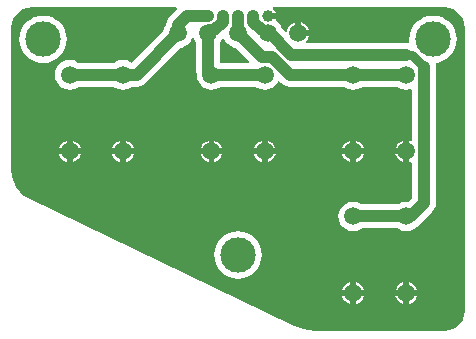
<source format=gbl>
G04*
G04 #@! TF.GenerationSoftware,Altium Limited,Altium Designer,18.1.7 (191)*
G04*
G04 Layer_Physical_Order=2*
G04 Layer_Color=16711680*
%FSLAX25Y25*%
%MOIN*%
G70*
G01*
G75*
%ADD10C,0.03937*%
%ADD11C,0.03150*%
%ADD12C,0.03937*%
%ADD13C,0.05906*%
%ADD14C,0.11811*%
G36*
X72202Y98566D02*
X72473Y97912D01*
X73262Y96884D01*
X74290Y96095D01*
X75487Y95599D01*
X76021Y95529D01*
X80502Y91047D01*
X80311Y90585D01*
X70822D01*
X70743Y90646D01*
Y97485D01*
X71070Y97912D01*
X71215Y98261D01*
X71618Y98570D01*
X71712Y98664D01*
X72202Y98566D01*
D02*
G37*
G36*
X147152Y108857D02*
X148560Y108365D01*
X149823Y107571D01*
X150878Y106516D01*
X151672Y105253D01*
X152164Y103845D01*
X152339Y102295D01*
Y7942D01*
X152164Y6391D01*
X151672Y4983D01*
X150878Y3720D01*
X149823Y2665D01*
X148560Y1872D01*
X147152Y1379D01*
X145602Y1204D01*
X102950D01*
X100159Y1413D01*
X97474Y2024D01*
X94867Y3044D01*
X7272Y45089D01*
X5525Y46139D01*
X4046Y47458D01*
X2838Y49030D01*
X1944Y50799D01*
X1395Y52703D01*
X1204Y54732D01*
Y102295D01*
X1379Y103845D01*
X1871Y105253D01*
X2665Y106516D01*
X3720Y107571D01*
X4983Y108365D01*
X6392Y108857D01*
X7942Y109032D01*
X56208D01*
X56399Y108570D01*
X53964Y106135D01*
X53333Y105312D01*
X52936Y104355D01*
X52801Y103327D01*
Y103303D01*
X52473Y102876D01*
X51977Y101678D01*
X51907Y101145D01*
X41347Y90585D01*
X41295D01*
X40868Y90913D01*
X39671Y91409D01*
X38386Y91578D01*
X37101Y91409D01*
X35904Y90913D01*
X35477Y90585D01*
X23578D01*
X23151Y90913D01*
X21954Y91409D01*
X20669Y91578D01*
X19385Y91409D01*
X18187Y90913D01*
X17159Y90124D01*
X16371Y89096D01*
X15875Y87899D01*
X15706Y86614D01*
X15875Y85330D01*
X16371Y84132D01*
X17159Y83104D01*
X18187Y82315D01*
X19385Y81820D01*
X20669Y81651D01*
X21954Y81820D01*
X23151Y82315D01*
X23578Y82643D01*
X35477D01*
X35904Y82315D01*
X37101Y81820D01*
X38386Y81651D01*
X39671Y81820D01*
X40868Y82315D01*
X41295Y82643D01*
X42992D01*
X44020Y82779D01*
X44978Y83175D01*
X45800Y83806D01*
X57523Y95529D01*
X58056Y95599D01*
X59254Y96095D01*
X60281Y96884D01*
X61070Y97912D01*
X61515Y98985D01*
X61516Y98986D01*
X62028D01*
X62028Y98985D01*
X62473Y97912D01*
X62801Y97485D01*
Y87756D01*
X62936Y86728D01*
X62958Y86676D01*
X62950Y86614D01*
X63119Y85330D01*
X63615Y84132D01*
X64403Y83104D01*
X65431Y82315D01*
X66629Y81820D01*
X67913Y81651D01*
X69198Y81820D01*
X70395Y82315D01*
X70822Y82643D01*
X82721D01*
X83148Y82315D01*
X84345Y81820D01*
X85630Y81651D01*
X86915Y81820D01*
X88112Y82315D01*
X89140Y83104D01*
X89929Y84132D01*
X90026Y84366D01*
X90516Y84464D01*
X91174Y83806D01*
X91996Y83175D01*
X92954Y82779D01*
X93982Y82643D01*
X112249D01*
X112676Y82315D01*
X113873Y81820D01*
X115157Y81651D01*
X116442Y81820D01*
X117639Y82315D01*
X118066Y82643D01*
X129965D01*
X130392Y82315D01*
X131589Y81820D01*
X132874Y81651D01*
X134159Y81820D01*
X134393Y81917D01*
X134809Y81639D01*
Y64812D01*
X134309Y64478D01*
X133858Y64664D01*
Y61024D01*
Y57383D01*
X134309Y57569D01*
X134809Y57235D01*
Y45346D01*
X133689Y44226D01*
X132874Y44334D01*
X131589Y44165D01*
X130392Y43669D01*
X129965Y43341D01*
X118066D01*
X117639Y43669D01*
X116442Y44165D01*
X115157Y44334D01*
X113873Y44165D01*
X112676Y43669D01*
X111648Y42880D01*
X110859Y41852D01*
X110363Y40655D01*
X110194Y39370D01*
X110363Y38085D01*
X110859Y36888D01*
X111648Y35860D01*
X112676Y35071D01*
X113873Y34576D01*
X115157Y34406D01*
X116442Y34576D01*
X117639Y35071D01*
X118066Y35399D01*
X129965D01*
X130392Y35071D01*
X131589Y34576D01*
X132874Y34406D01*
X134159Y34576D01*
X135356Y35071D01*
X136384Y35860D01*
X136444Y35939D01*
X137257Y36562D01*
X141587Y40893D01*
X142218Y41715D01*
X142615Y42673D01*
X142751Y43701D01*
Y89060D01*
X142615Y90088D01*
X142572Y90192D01*
X142829Y90621D01*
X143276Y90665D01*
X144760Y91115D01*
X146128Y91847D01*
X147327Y92830D01*
X148311Y94029D01*
X149042Y95397D01*
X149492Y96882D01*
X149644Y98425D01*
X149492Y99969D01*
X149042Y101453D01*
X148311Y102821D01*
X147327Y104020D01*
X146128Y105004D01*
X144760Y105735D01*
X143276Y106185D01*
X141732Y106337D01*
X140189Y106185D01*
X138704Y105735D01*
X137337Y105004D01*
X136138Y104020D01*
X135154Y102821D01*
X134422Y101453D01*
X133972Y99969D01*
X133820Y98425D01*
X133907Y97548D01*
X133448Y97104D01*
X132874Y97180D01*
X99505D01*
X99344Y97653D01*
X99439Y97726D01*
X100039Y98507D01*
X100412Y99410D01*
X96772D01*
Y100394D01*
X95787D01*
Y104034D01*
X94885Y103661D01*
X94104Y103061D01*
X93505Y102280D01*
X93128Y101370D01*
X93075Y100970D01*
X92602Y100809D01*
X91449Y101962D01*
X91070Y102876D01*
X90281Y103904D01*
X89253Y104692D01*
X89235Y104700D01*
X89179Y104909D01*
X89347Y105315D01*
X87096D01*
X86772Y105358D01*
X86772D01*
Y107283D01*
X89347D01*
X89179Y107689D01*
X88737Y108265D01*
X88389Y108532D01*
X88559Y109032D01*
X145602D01*
X147152Y108857D01*
D02*
G37*
%LPC*%
G36*
X97756Y104034D02*
Y101378D01*
X100412D01*
X100039Y102280D01*
X99439Y103061D01*
X98658Y103661D01*
X97756Y104034D01*
D02*
G37*
G36*
X11811Y106337D02*
X10267Y106185D01*
X8783Y105735D01*
X7415Y105004D01*
X6216Y104020D01*
X5232Y102821D01*
X4501Y101453D01*
X4051Y99969D01*
X3899Y98425D01*
X4051Y96882D01*
X4501Y95397D01*
X5232Y94029D01*
X6216Y92830D01*
X7415Y91847D01*
X8783Y91115D01*
X10267Y90665D01*
X11811Y90513D01*
X13355Y90665D01*
X14839Y91115D01*
X16207Y91847D01*
X17406Y92830D01*
X18390Y94029D01*
X19121Y95397D01*
X19571Y96882D01*
X19723Y98425D01*
X19571Y99969D01*
X19121Y101453D01*
X18390Y102821D01*
X17406Y104020D01*
X16207Y105004D01*
X14839Y105735D01*
X13355Y106185D01*
X11811Y106337D01*
D02*
G37*
G36*
X116142Y64664D02*
Y62008D01*
X118798D01*
X118424Y62910D01*
X117825Y63691D01*
X117044Y64291D01*
X116142Y64664D01*
D02*
G37*
G36*
X86614D02*
Y62008D01*
X89271D01*
X88897Y62910D01*
X88297Y63691D01*
X87516Y64291D01*
X86614Y64664D01*
D02*
G37*
G36*
X68898D02*
Y62008D01*
X71554D01*
X71180Y62910D01*
X70581Y63691D01*
X69800Y64291D01*
X68898Y64664D01*
D02*
G37*
G36*
X39370D02*
Y62008D01*
X42026D01*
X41653Y62910D01*
X41053Y63691D01*
X40272Y64291D01*
X39370Y64664D01*
D02*
G37*
G36*
X21654D02*
Y62008D01*
X24310D01*
X23936Y62910D01*
X23337Y63691D01*
X22556Y64291D01*
X21654Y64664D01*
D02*
G37*
G36*
X131890D02*
X130988Y64291D01*
X130207Y63691D01*
X129607Y62910D01*
X129233Y62008D01*
X131890D01*
Y64664D01*
D02*
G37*
G36*
X114173D02*
X113271Y64291D01*
X112490Y63691D01*
X111890Y62910D01*
X111517Y62008D01*
X114173D01*
Y64664D01*
D02*
G37*
G36*
X84646D02*
X83744Y64291D01*
X82962Y63691D01*
X82363Y62910D01*
X81989Y62008D01*
X84646D01*
Y64664D01*
D02*
G37*
G36*
X66929D02*
X66027Y64291D01*
X65246Y63691D01*
X64646Y62910D01*
X64273Y62008D01*
X66929D01*
Y64664D01*
D02*
G37*
G36*
X37402D02*
X36500Y64291D01*
X35718Y63691D01*
X35119Y62910D01*
X34745Y62008D01*
X37402D01*
Y64664D01*
D02*
G37*
G36*
X19685D02*
X18783Y64291D01*
X18002Y63691D01*
X17402Y62910D01*
X17029Y62008D01*
X19685D01*
Y64664D01*
D02*
G37*
G36*
X24310Y60039D02*
X21654D01*
Y57383D01*
X22556Y57757D01*
X23337Y58356D01*
X23936Y59137D01*
X24310Y60039D01*
D02*
G37*
G36*
X118798D02*
X116142D01*
Y57383D01*
X117044Y57757D01*
X117825Y58356D01*
X118424Y59137D01*
X118798Y60039D01*
D02*
G37*
G36*
X89271D02*
X86614D01*
Y57383D01*
X87516Y57757D01*
X88297Y58356D01*
X88897Y59137D01*
X89271Y60039D01*
D02*
G37*
G36*
X71554D02*
X68898D01*
Y57383D01*
X69800Y57757D01*
X70581Y58356D01*
X71180Y59137D01*
X71554Y60039D01*
D02*
G37*
G36*
X42026D02*
X39370D01*
Y57383D01*
X40272Y57757D01*
X41053Y58356D01*
X41653Y59137D01*
X42026Y60039D01*
D02*
G37*
G36*
X131890D02*
X129233D01*
X129607Y59137D01*
X130207Y58356D01*
X130988Y57757D01*
X131890Y57383D01*
Y60039D01*
D02*
G37*
G36*
X114173D02*
X111517D01*
X111890Y59137D01*
X112490Y58356D01*
X113271Y57757D01*
X114173Y57383D01*
Y60039D01*
D02*
G37*
G36*
X84646D02*
X81989D01*
X82363Y59137D01*
X82962Y58356D01*
X83744Y57757D01*
X84646Y57383D01*
Y60039D01*
D02*
G37*
G36*
X66929D02*
X64273D01*
X64646Y59137D01*
X65246Y58356D01*
X66027Y57757D01*
X66929Y57383D01*
Y60039D01*
D02*
G37*
G36*
X37402D02*
X34745D01*
X35119Y59137D01*
X35718Y58356D01*
X36500Y57757D01*
X37402Y57383D01*
Y60039D01*
D02*
G37*
G36*
X19685D02*
X17029D01*
X17402Y59137D01*
X18002Y58356D01*
X18783Y57757D01*
X19685Y57383D01*
Y60039D01*
D02*
G37*
G36*
X76772Y34487D02*
X75228Y34335D01*
X73744Y33885D01*
X72376Y33154D01*
X71177Y32169D01*
X70193Y30970D01*
X69462Y29603D01*
X69012Y28118D01*
X68859Y26575D01*
X69012Y25031D01*
X69462Y23547D01*
X70193Y22179D01*
X71177Y20980D01*
X72376Y19996D01*
X73744Y19265D01*
X75228Y18815D01*
X76772Y18663D01*
X78315Y18815D01*
X79799Y19265D01*
X81167Y19996D01*
X82366Y20980D01*
X83350Y22179D01*
X84082Y23547D01*
X84532Y25031D01*
X84684Y26575D01*
X84532Y28118D01*
X84082Y29603D01*
X83350Y30970D01*
X82366Y32169D01*
X81167Y33154D01*
X79799Y33885D01*
X78315Y34335D01*
X76772Y34487D01*
D02*
G37*
G36*
X133858Y17420D02*
Y14764D01*
X136515D01*
X136141Y15666D01*
X135541Y16447D01*
X134760Y17047D01*
X133858Y17420D01*
D02*
G37*
G36*
X116142D02*
Y14764D01*
X118798D01*
X118424Y15666D01*
X117825Y16447D01*
X117044Y17047D01*
X116142Y17420D01*
D02*
G37*
G36*
X131890D02*
X130988Y17047D01*
X130207Y16447D01*
X129607Y15666D01*
X129233Y14764D01*
X131890D01*
Y17420D01*
D02*
G37*
G36*
X114173D02*
X113271Y17047D01*
X112490Y16447D01*
X111890Y15666D01*
X111517Y14764D01*
X114173D01*
Y17420D01*
D02*
G37*
G36*
X136515Y12795D02*
X133858D01*
Y10139D01*
X134760Y10513D01*
X135541Y11112D01*
X136141Y11893D01*
X136515Y12795D01*
D02*
G37*
G36*
X118798D02*
X116142D01*
Y10139D01*
X117044Y10513D01*
X117825Y11112D01*
X118424Y11893D01*
X118798Y12795D01*
D02*
G37*
G36*
X131890D02*
X129233D01*
X129607Y11893D01*
X130207Y11112D01*
X130988Y10513D01*
X131890Y10139D01*
Y12795D01*
D02*
G37*
G36*
X114173D02*
X111517D01*
X111890Y11893D01*
X112490Y11112D01*
X113271Y10513D01*
X114173Y10139D01*
Y12795D01*
D02*
G37*
%LPD*%
D10*
X66772Y100394D02*
X67756Y101378D01*
X81850Y104261D02*
Y106220D01*
X132874Y39370D02*
X134449D01*
X115157D02*
X132874D01*
X134449D02*
X138779Y43701D01*
Y89060D01*
X115157Y86614D02*
X132874D01*
X87402Y100394D02*
X94587Y93209D01*
X81850Y104261D02*
X84733Y101378D01*
X94587Y93209D02*
X132874D01*
X93982Y86614D02*
X115157D01*
X84646Y92520D02*
X88076D01*
X93982Y86614D01*
X76772Y100394D02*
X84646Y92520D01*
X76772Y100394D02*
Y106299D01*
X71693Y104261D02*
Y106299D01*
X67756Y101378D02*
X68810D01*
X67913Y86614D02*
X85630D01*
X66772Y87756D02*
X67913Y86614D01*
X38386D02*
X42992D01*
X66772Y87756D02*
Y100394D01*
X68810Y101378D02*
X71693Y104261D01*
X56772Y103327D02*
X59744Y106299D01*
X66772D01*
X56772Y100394D02*
Y103327D01*
X42992Y86614D02*
X56772Y100394D01*
X20669Y86614D02*
X38386D01*
D11*
X138273Y89567D02*
X138779Y89060D01*
X134631Y93209D02*
X138273Y89567D01*
X132874Y93209D02*
X134631D01*
D12*
X86772Y106299D02*
D03*
X81772D02*
D03*
X66772D02*
D03*
X71772D02*
D03*
X76772D02*
D03*
D13*
X76772Y100394D02*
D03*
X66772D02*
D03*
X56772D02*
D03*
X86772D02*
D03*
X96772D02*
D03*
X115157Y13780D02*
D03*
Y39370D02*
D03*
X132874D02*
D03*
Y13780D02*
D03*
X115157Y61024D02*
D03*
Y86614D02*
D03*
X132874D02*
D03*
Y61024D02*
D03*
X67913D02*
D03*
Y86614D02*
D03*
X85630D02*
D03*
Y61024D02*
D03*
X20669D02*
D03*
Y86614D02*
D03*
X38386D02*
D03*
Y61024D02*
D03*
D14*
X11811Y98425D02*
D03*
X76772Y26575D02*
D03*
X141732Y98425D02*
D03*
M02*

</source>
